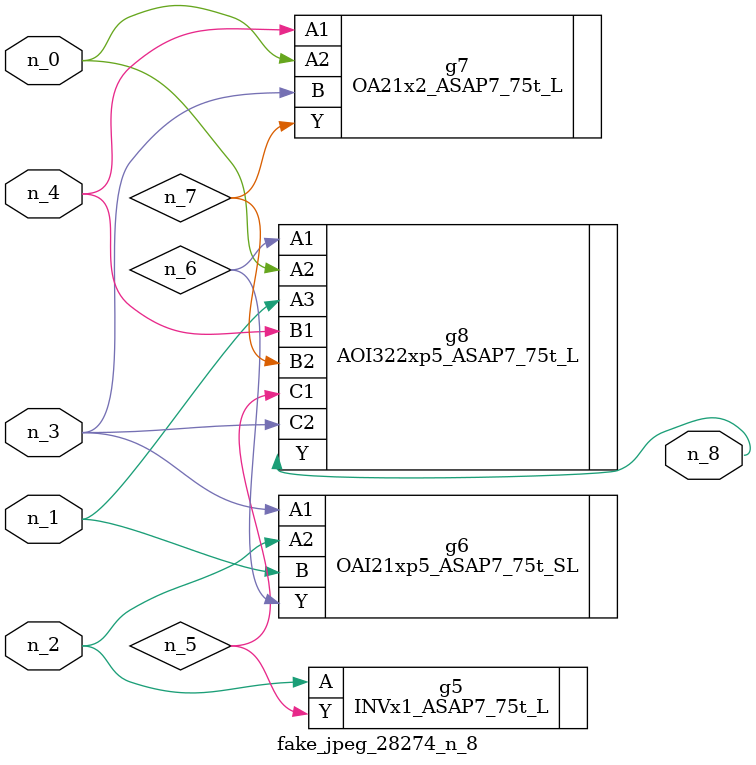
<source format=v>
module fake_jpeg_28274_n_8 (n_3, n_2, n_1, n_0, n_4, n_8);

input n_3;
input n_2;
input n_1;
input n_0;
input n_4;

output n_8;

wire n_6;
wire n_5;
wire n_7;

INVx1_ASAP7_75t_L g5 ( 
.A(n_2),
.Y(n_5)
);

OAI21xp5_ASAP7_75t_SL g6 ( 
.A1(n_3),
.A2(n_2),
.B(n_1),
.Y(n_6)
);

OA21x2_ASAP7_75t_L g7 ( 
.A1(n_4),
.A2(n_0),
.B(n_3),
.Y(n_7)
);

AOI322xp5_ASAP7_75t_L g8 ( 
.A1(n_6),
.A2(n_0),
.A3(n_1),
.B1(n_4),
.B2(n_7),
.C1(n_5),
.C2(n_3),
.Y(n_8)
);


endmodule
</source>
